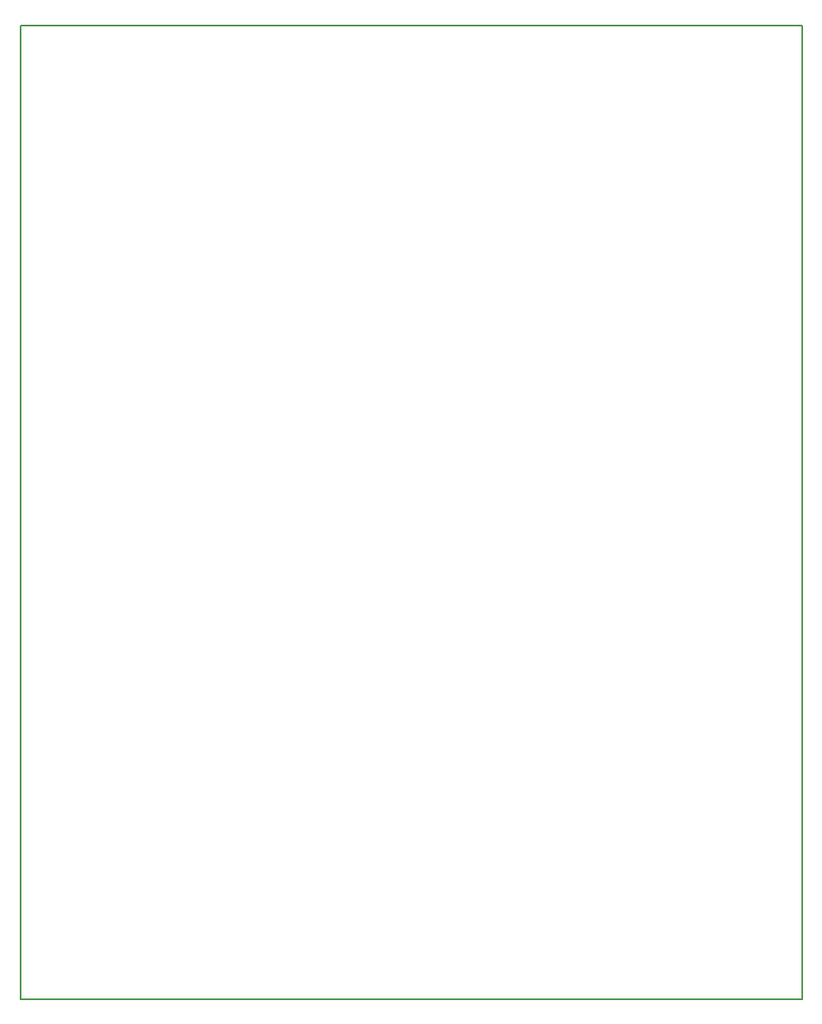
<source format=gbr>
G04 #@! TF.GenerationSoftware,KiCad,Pcbnew,5.0.0-fee4fd1~66~ubuntu16.04.1*
G04 #@! TF.CreationDate,2018-10-02T23:40:20+08:00*
G04 #@! TF.ProjectId,SubSequence,53756253657175656E63652E6B696361,rev?*
G04 #@! TF.SameCoordinates,Original*
G04 #@! TF.FileFunction,Profile,NP*
%FSLAX46Y46*%
G04 Gerber Fmt 4.6, Leading zero omitted, Abs format (unit mm)*
G04 Created by KiCad (PCBNEW 5.0.0-fee4fd1~66~ubuntu16.04.1) date Tue Oct  2 23:40:20 2018*
%MOMM*%
%LPD*%
G01*
G04 APERTURE LIST*
%ADD10C,0.150000*%
G04 APERTURE END LIST*
D10*
X112270000Y-154978200D02*
X192530000Y-154978200D01*
X112260000Y-54988200D02*
X192520000Y-54988200D01*
X192521840Y-54988560D02*
X192532000Y-154978200D01*
X112257840Y-54988560D02*
X112268000Y-154978200D01*
M02*

</source>
